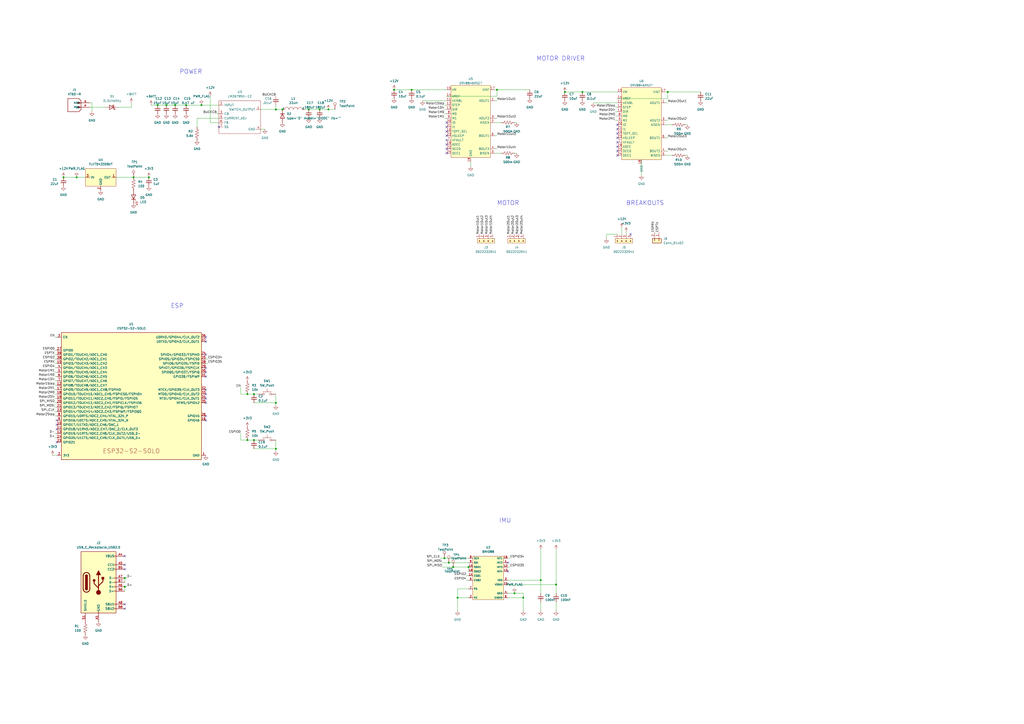
<source format=kicad_sch>
(kicad_sch (version 20211123) (generator eeschema)
  (paper "A2")
  (lib_symbols
    (symbol "Connector:TestPoint" (pin_numbers hide) (pin_names (offset 0.762) hide)
      (property "Reference" "TP" (at 0 6.858 0))
      (property "Value" "TestPoint" (at 0 5.08 0))
      (symbol "TestPoint_1_1"
        (pin passive line (at 0 0 90) (length 2.54) (name "1") (number "1"))
      )
    )
    (symbol "Connector:USB_C_Receptacle_USB2.0" (pin_names (offset 1.016))
      (property "Reference" "J" (at -10.16 19.05 0))
      (property "Value" "USB_C_Receptacle_USB2.0" (at 19.05 19.05 0))
      (symbol "USB_C_Receptacle_USB2.0_1_1"
        (pin passive line (at 0 -22.86 90) (length 5.08) (name "GND") (number "A1"))
        (pin passive line (at 0 -22.86 90) (length 5.08) hide (name "GND") (number "A12"))
        (pin passive line (at 15.24 15.24 180) (length 5.08) (name "VBUS") (number "A4"))
        (pin bidirectional line (at 15.24 10.16 180) (length 5.08) (name "CC1") (number "A5"))
        (pin bidirectional line (at 15.24 -2.54 180) (length 5.08) (name "D+") (number "A6"))
        (pin bidirectional line (at 15.24 2.54 180) (length 5.08) (name "D-") (number "A7"))
        (pin bidirectional line (at 15.24 -12.7 180) (length 5.08) (name "SBU1") (number "A8"))
        (pin passive line (at 15.24 15.24 180) (length 5.08) hide (name "VBUS") (number "A9"))
        (pin passive line (at 0 -22.86 90) (length 5.08) hide (name "GND") (number "B1"))
        (pin passive line (at 0 -22.86 90) (length 5.08) hide (name "GND") (number "B12"))
        (pin passive line (at 15.24 15.24 180) (length 5.08) hide (name "VBUS") (number "B4"))
        (pin bidirectional line (at 15.24 7.62 180) (length 5.08) (name "CC2") (number "B5"))
        (pin bidirectional line (at 15.24 -5.08 180) (length 5.08) (name "D+") (number "B6"))
        (pin bidirectional line (at 15.24 0 180) (length 5.08) (name "D-") (number "B7"))
        (pin bidirectional line (at 15.24 -15.24 180) (length 5.08) (name "SBU2") (number "B8"))
        (pin passive line (at 15.24 15.24 180) (length 5.08) hide (name "VBUS") (number "B9"))
        (pin passive line (at -7.62 -22.86 90) (length 5.08) (name "SHIELD") (number "S1"))
      )
    )
    (symbol "Connector_Generic:Conn_01x02" (pin_names (offset 1.016) hide)
      (property "Reference" "J" (at 0 2.54 0))
      (property "Value" "Conn_01x02" (at 0 -5.08 0))
      (symbol "Conn_01x02_1_1"
        (pin passive line (at -5.08 0 0) (length 3.81) (name "Pin_1") (number "1"))
        (pin passive line (at -5.08 -2.54 0) (length 3.81) (name "Pin_2") (number "2"))
      )
    )
    (symbol "DRV8846RGET_1"
      (property "Reference" "U5" (at 0 24.13 0))
      (property "Value" "DRV8846RGET" (at 0 21.59 0))
      (symbol "DRV8846RGET_1_1_1"
        (pin power_out line (at 13.97 11.43 180) (length 2.54) (name "AOUT1") (number "1"))
        (pin input line (at -13.97 -6.35 0) (length 2.54) (name "TOFF_SEL") (number "10"))
        (pin input line (at -13.97 11.43 0) (length 2.54) (name "nENBL") (number "11"))
        (pin input line (at -13.97 8.89 0) (length 2.54) (name "STEP") (number "12"))
        (pin input line (at -13.97 6.35 0) (length 2.54) (name "DIR") (number "13"))
        (pin input line (at -13.97 13.97 0) (length 2.54) (name "VREF") (number "14"))
        (pin power_in line (at -13.97 17.78 0) (length 2.54) (name "VM") (number "15"))
        (pin output line (at 13.97 17.78 180) (length 2.54) (name "VINT") (number "17"))
        (pin input line (at 0 -24.13 90) (length 2.54) (name "GND") (number "18"))
        (pin input line (at -13.97 -13.97 0) (length 2.54) (name "ADEC") (number "19"))
        (pin output line (at 13.97 -1.27 180) (length 2.54) (name "AISEN") (number "2"))
        (pin input line (at -13.97 -1.27 0) (length 2.54) (name "IO") (number "20"))
        (pin input line (at -13.97 -3.81 0) (length 2.54) (name "I1") (number "21"))
        (pin input line (at -13.97 -16.51 0) (length 2.54) (name "DEC0") (number "22"))
        (pin input line (at -13.97 -8.89 0) (length 2.54) (name "nSLEEP") (number "23"))
        (pin input line (at -13.97 -19.05 0) (length 2.54) (name "DEC1") (number "24"))
        (pin power_out line (at 13.97 1.27 180) (length 2.54) (name "AOUT2") (number "3"))
        (pin power_out line (at 13.97 -16.51 180) (length 2.54) (name "BOUT2") (number "4"))
        (pin output line (at 13.97 -19.05 180) (length 2.54) (name "BISEN") (number "5"))
        (pin power_out line (at 13.97 -8.89 180) (length 2.54) (name "BOUT1") (number "6"))
        (pin input line (at -13.97 -11.43 0) (length 2.54) (name "nFAULT") (number "7"))
        (pin input line (at -13.97 3.81 0) (length 2.54) (name "M0") (number "8"))
        (pin input line (at -13.97 1.27 0) (length 2.54) (name "M1") (number "9"))
      )
    )
    (symbol "Device:C_Small" (pin_numbers hide) (pin_names (offset 0.254) hide)
      (property "Reference" "C" (at 0.254 1.778 0))
      (property "Value" "C_Small" (at 0.254 -2.032 0))
      (symbol "C_Small_1_1"
        (pin passive line (at 0 2.54 270) (length 2.032) (name "~") (number "1"))
        (pin passive line (at 0 -2.54 90) (length 2.032) (name "~") (number "2"))
      )
    )
    (symbol "Device:D_Schottky" (pin_numbers hide) (pin_names (offset 1.016) hide)
      (property "Reference" "D" (at 0 2.54 0))
      (property "Value" "D_Schottky" (at 0 -2.54 0))
      (symbol "D_Schottky_1_1"
        (pin passive line (at -3.81 0 0) (length 2.54) (name "K") (number "1"))
        (pin passive line (at 3.81 0 180) (length 2.54) (name "A") (number "2"))
      )
    )
    (symbol "Device:LED" (pin_numbers hide) (pin_names (offset 1.016) hide)
      (property "Reference" "D" (at 0 2.54 0))
      (property "Value" "LED" (at 0 -2.54 0))
      (symbol "LED_1_1"
        (pin passive line (at -3.81 0 0) (length 2.54) (name "K") (number "1"))
        (pin passive line (at 3.81 0 180) (length 2.54) (name "A") (number "2"))
      )
    )
    (symbol "Device:R_US" (pin_numbers hide) (pin_names (offset 0))
      (property "Reference" "R" (at 2.54 0 90))
      (property "Value" "R_US" (at -2.54 0 90))
      (symbol "R_US_1_1"
        (pin passive line (at 0 3.81 270) (length 1.27) (name "~") (number "1"))
        (pin passive line (at 0 -3.81 90) (length 1.27) (name "~") (number "2"))
      )
    )
    (symbol "Espressif:ESP32-S2-SOLO" (pin_names (offset 1.016))
      (property "Reference" "U1" (at 0 45.72 0))
      (property "Value" "ESP32-S2-SOLO" (at 0 43.18 0))
      (symbol "ESP32-S2-SOLO_1_1"
        (text "ESP32-S2-SOLO" (at 0 -27.94 0) (effects (font (size 2.54 2.54))))
        (pin input line (at 43.18 -30.48 180) (length 2.54) (name "GND") (number "1"))
        (pin bidirectional line (at -43.18 -12.7 0) (length 2.54) (name "GPIO17/U1TXD/ADC2_CH6/DAC_1") (number "10"))
        (pin bidirectional line (at -43.18 -15.24 0) (length 2.54) (name "GPIO18/U1RXD/ADC2_CH7/DAC_2/CLK_OUT3") (number "11"))
        (pin bidirectional line (at -43.18 10.16 0) (length 2.54) (name "GPIO8/TOUCH8/ADC1_CH7") (number "12"))
        (pin bidirectional line (at -43.18 -17.78 0) (length 2.54) (name "GPIO19/U1RTS/ADC2_CH8/CLK_OUT2/USB_D-") (number "13"))
        (pin bidirectional line (at -43.18 -20.32 0) (length 2.54) (name "GPIO20/U1CTS/ADC2_CH9/CLK_OUT1/USB_D+") (number "14"))
        (pin bidirectional line (at -43.18 22.86 0) (length 2.54) (name "GPIO3/TOUCH3/ADC1_CH2") (number "15"))
        (pin input line (at 43.18 -10.16 180) (length 2.54) (name "GPIO46") (number "16"))
        (pin bidirectional line (at -43.18 7.62 0) (length 2.54) (name "GPIO9/TOUCH9/ADC1_CH8/FSPIHD") (number "17"))
        (pin bidirectional line (at -43.18 5.08 0) (length 2.54) (name "GPIO10/TOUCH10/ADC1_CH9/FSPICS0/FSPIIO4") (number "18"))
        (pin bidirectional line (at -43.18 2.54 0) (length 2.54) (name "GPIO11/TOUCH11/ADC2_CH0/FSPID/FSPIIO5") (number "19"))
        (pin power_in line (at -43.18 -30.48 0) (length 2.54) (name "3V3") (number "2"))
        (pin bidirectional line (at -43.18 0 0) (length 2.54) (name "GPIO12/TOUCH12/ADC2_CH1/FSPICLK/FSPIIO6") (number "20"))
        (pin bidirectional line (at -43.18 -2.54 0) (length 2.54) (name "GPIO13/TOUCH13/ADC2_CH2/FSPIQ/FSPIIO7") (number "21"))
        (pin bidirectional line (at -43.18 -5.08 0) (length 2.54) (name "GPIO14/TOUCH14/ADC2_CH3/FSPIWP/FSPIDQS") (number "22"))
        (pin bidirectional line (at -43.18 -22.86 0) (length 2.54) (name "GPIO21") (number "23"))
        (pin bidirectional line (at 43.18 27.94 180) (length 2.54) (name "SPIIO4/GPIO33/FSPIHD") (number "24"))
        (pin bidirectional line (at 43.18 25.4 180) (length 2.54) (name "SPIIO5/GPIO34/FSPICS0") (number "25"))
        (pin bidirectional line (at 43.18 -7.62 180) (length 2.54) (name "GPIO45") (number "26"))
        (pin bidirectional line (at -43.18 30.48 0) (length 2.54) (name "GPIO0") (number "27"))
        (pin bidirectional line (at 43.18 22.86 180) (length 2.54) (name "SPIIO6/GPIO35/FSPID") (number "28"))
        (pin bidirectional line (at 43.18 20.32 180) (length 2.54) (name "SPIIO7/GPIO36/FSPICLK") (number "29"))
        (pin bidirectional line (at -43.18 38.1 0) (length 2.54) (name "EN") (number "3"))
        (pin bidirectional line (at 43.18 17.78 180) (length 2.54) (name "SPIDQS/GPIO37/FSPIQ") (number "30"))
        (pin bidirectional line (at 43.18 15.24 180) (length 2.54) (name "GPIO38/FSPIWP") (number "31"))
        (pin bidirectional line (at 43.18 7.62 180) (length 2.54) (name "MTCK/GPIO39/CLK_OUT3") (number "32"))
        (pin bidirectional line (at 43.18 5.08 180) (length 2.54) (name "MTDO/GPIO40/CLK_OUT2") (number "33"))
        (pin bidirectional line (at 43.18 2.54 180) (length 2.54) (name "MTDI/GPIO41/CLK_OUT1") (number "34"))
        (pin bidirectional line (at 43.18 0 180) (length 2.54) (name "MTMS/GPIO42") (number "35"))
        (pin bidirectional line (at 43.18 38.1 180) (length 2.54) (name "U0RXD/GPIO44/CLK_OUT2") (number "36"))
        (pin bidirectional line (at 43.18 35.56 180) (length 2.54) (name "U0TXD/GPIO43/CLK_OUT1") (number "37"))
        (pin bidirectional line (at -43.18 25.4 0) (length 2.54) (name "GPIO2/TOUCH2/ADC1_CH1") (number "38"))
        (pin bidirectional line (at -43.18 27.94 0) (length 2.54) (name "GPIO1/TOUCH1/ADC1_CH0") (number "39"))
        (pin bidirectional line (at -43.18 20.32 0) (length 2.54) (name "GPIO4/TOUCH4/ADC1_CH3") (number "4"))
        (pin passive line (at 43.18 -30.48 180) (length 2.54) hide (name "GND") (number "40"))
        (pin passive line (at 43.18 -30.48 180) (length 2.54) hide (name "GND") (number "41"))
        (pin bidirectional line (at -43.18 17.78 0) (length 2.54) (name "GPIO5/TOUCH5/ADC1_CH4") (number "5"))
        (pin bidirectional line (at -43.18 15.24 0) (length 2.54) (name "GPIO6/TOUCH6/ADC1_CH5") (number "6"))
        (pin bidirectional line (at -43.18 12.7 0) (length 2.54) (name "GPIO7/TOUCH7/ADC1_CH6") (number "7"))
        (pin bidirectional line (at -43.18 -7.62 0) (length 2.54) (name "GPIO15/U0RTS/ADC2_CH4/XTAL_32K_P") (number "8"))
        (pin bidirectional line (at -43.18 -10.16 0) (length 2.54) (name "GPIO16/U0CTS/ADC2_CH5/XTAL_32K_N") (number "9"))
      )
    )
    (symbol "GIMBAL:BMI088"
      (property "Reference" "U2" (at 0 17.78 0))
      (property "Value" "BMI088" (at 0 15.24 0))
      (symbol "BMI088_1_1"
        (pin bidirectional line (at 11.43 8.89 180) (length 2.54) (name "INT2") (number "1"))
        (pin bidirectional line (at -11.43 3.81 0) (length 2.54) (name "SDO2") (number "10"))
        (pin power_in line (at 11.43 -3.81 180) (length 2.54) (name "VDDIO") (number "11"))
        (pin output line (at 11.43 6.35 180) (length 2.54) (name "INT3") (number "12"))
        (pin output line (at 11.43 3.81 180) (length 2.54) (name "INT4") (number "13"))
        (pin input line (at -11.43 1.27 0) (length 2.54) (name "CSB1") (number "14"))
        (pin bidirectional line (at -11.43 6.35 0) (length 2.54) (name "SDO1") (number "15"))
        (pin bidirectional line (at 11.43 11.43 180) (length 2.54) (name "INT1") (number "16"))
        (pin input line (at -11.43 -11.43 0) (length 2.54) (name "NC") (number "2"))
        (pin power_in line (at 11.43 -1.27 180) (length 2.54) (name "VDD") (number "3"))
        (pin bidirectional line (at 11.43 -8.89 180) (length 2.54) (name "GND") (number "4"))
        (pin input line (at -11.43 -1.27 0) (length 2.54) (name "CSB2") (number "5"))
        (pin bidirectional line (at 11.43 -11.43 180) (length 2.54) (name "GNDIO") (number "6"))
        (pin input line (at -11.43 -6.35 0) (length 2.54) (name "PS") (number "7"))
        (pin input line (at -11.43 11.43 0) (length 2.54) (name "SCK") (number "8"))
        (pin input line (at -11.43 8.89 0) (length 2.54) (name "SDI") (number "9"))
      )
    )
    (symbol "GIMBAL:DRV8846RGET"
      (property "Reference" "U6" (at 0 24.13 0))
      (property "Value" "DRV8846RGET" (at 0 21.59 0))
      (symbol "DRV8846RGET_1_1"
        (pin power_out line (at 13.97 11.43 180) (length 2.54) (name "AOUT1") (number "1"))
        (pin input line (at -13.97 -6.35 0) (length 2.54) (name "TOFF_SEL") (number "10"))
        (pin input line (at -13.97 11.43 0) (length 2.54) (name "nENBL") (number "11"))
        (pin input line (at -13.97 8.89 0) (length 2.54) (name "STEP") (number "12"))
        (pin input line (at -13.97 6.35 0) (length 2.54) (name "DIR") (number "13"))
        (pin input line (at -13.97 13.97 0) (length 2.54) (name "VREF") (number "14"))
        (pin power_in line (at -13.97 17.78 0) (length 2.54) (name "VM") (number "15"))
        (pin output line (at 13.97 17.78 180) (length 2.54) (name "VINT") (number "17"))
        (pin input line (at 0 -21.59 270) (length 2.54) (name "GND") (number "18"))
        (pin input line (at -13.97 -13.97 0) (length 2.54) (name "ADEC") (number "19"))
        (pin output line (at 13.97 -1.27 180) (length 2.54) (name "AISEN") (number "2"))
        (pin input line (at -13.97 -1.27 0) (length 2.54) (name "IO") (number "20"))
        (pin input line (at -13.97 -3.81 0) (length 2.54) (name "I1") (number "21"))
        (pin input line (at -13.97 -16.51 0) (length 2.54) (name "DEC0") (number "22"))
        (pin input line (at -13.97 -8.89 0) (length 2.54) (name "nSLEEP") (number "23"))
        (pin input line (at -13.97 -19.05 0) (length 2.54) (name "DEC1") (number "24"))
        (pin power_out line (at 13.97 1.27 180) (length 2.54) (name "AOUT2") (number "3"))
        (pin power_out line (at 13.97 -16.51 180) (length 2.54) (name "BOUT2") (number "4"))
        (pin output line (at 13.97 -19.05 180) (length 2.54) (name "BISEN") (number "5"))
        (pin power_out line (at 13.97 -8.89 180) (length 2.54) (name "BOUT1") (number "6"))
        (pin input line (at -13.97 -11.43 0) (length 2.54) (name "nFAULT") (number "7"))
        (pin input line (at -13.97 3.81 0) (length 2.54) (name "M0") (number "8"))
        (pin input line (at -13.97 1.27 0) (length 2.54) (name "M1") (number "9"))
      )
    )
    (symbol "GIMBAL:LM2679SX-12"
      (property "Reference" "U?" (at 0.635 13.97 0))
      (property "Value" "LM2679SX-12" (at 0.635 11.43 0))
      (symbol "LM2679SX-12_1_1"
        (pin power_out line (at 12.7 3.81 180) (length 2.54) (name "SWITCH_OUTPUT") (number "1"))
        (pin power_in line (at -11.43 6.35 0) (length 2.54) (name "INPUT") (number "2"))
        (pin input line (at -11.43 1.27 0) (length 2.54) (name "CB") (number "3"))
        (pin input line (at 12.7 -7.62 180) (length 2.54) (name "GND") (number "4"))
        (pin input line (at -11.43 -1.27 0) (length 2.54) (name "CURRENT_ADJ") (number "5"))
        (pin input line (at -11.43 -3.81 0) (length 2.54) (name "FB") (number "6"))
        (pin input line (at -11.43 -6.35 0) (length 2.54) (name "SS") (number "7"))
      )
    )
    (symbol "GIMBAL:TLV70433DBVT"
      (property "Reference" "U4" (at 0 10.16 0))
      (property "Value" "TLV70433DBVT" (at 0 7.62 0))
      (symbol "TLV70433DBVT_1_1"
        (pin power_out line (at 8.89 0 180) (length 2.54) (name "OUT") (number "1"))
        (pin input line (at 0 -7.62 90) (length 2.54) (name "GND") (number "2"))
        (pin power_in line (at -8.89 0 0) (length 2.54) (name "IN") (number "3"))
      )
    )
    (symbol "GIMBAL:XT60-M" (pin_names (offset 1.016))
      (property "Reference" "J" (at 0 6.35 0))
      (property "Value" "XT60-M" (at 0 -5.08 0))
      (symbol "XT60-M_0_0"
        (pin passive line (at -5.08 0 0) (length 5.08) (name "NEG") (number "N"))
        (pin passive line (at -5.08 2.54 0) (length 5.08) (name "POS") (number "P"))
      )
    )
    (symbol "Simulation_SPICE:DIODE" (pin_numbers hide) (pin_names (offset 1.016) hide)
      (property "Reference" "D" (at 0 2.54 0))
      (property "Value" "DIODE" (at 0 -2.54 0))
      (symbol "DIODE_1_1"
        (pin passive line (at -3.81 0 0) (length 2.54) (name "A") (number "1"))
        (pin passive line (at 3.81 0 180) (length 2.54) (name "K") (number "2"))
      )
    )
    (symbol "Switch:SW_Push" (pin_numbers hide) (pin_names (offset 1.016) hide)
      (property "Reference" "SW" (at 1.27 2.54 0))
      (property "Value" "SW_Push" (at 0 -1.524 0))
      (symbol "SW_Push_0_1"
        (pin passive line (at -5.08 0 0) (length 2.54) (name "1") (number "1"))
        (pin passive line (at 5.08 0 180) (length 2.54) (name "2") (number "2"))
      )
    )
    (symbol "dk_Rectangular-Connectors-Headers-Male-Pins:0022232041" (pin_names (offset 1.016))
      (property "Reference" "J" (at -2.54 1.27 0))
      (property "Value" "0022232041" (at 3.81 -3.81 0))
      (symbol "0022232041_1_1"
        (pin passive line (at 0 2.54 270) (length 2.54) (name "~") (number "1"))
        (pin passive line (at 2.54 2.54 270) (length 2.54) (name "~") (number "2"))
        (pin passive line (at 5.08 2.54 270) (length 2.54) (name "~") (number "3"))
        (pin passive line (at 7.62 2.54 270) (length 2.54) (name "~") (number "4"))
      )
    )
    (symbol "power:+12V" (power) (pin_names (offset 0))
      (property "Value" "+12V" (at 0 3.556 0))
      (symbol "+12V_1_1"
        (pin power_in line (at 0 0 90) (length 0) hide (name "+12V") (number "1"))
      )
    )
    (symbol "power:+3V3" (power) (pin_names (offset 0))
      (property "Value" "+3V3" (at 0 3.556 0))
      (symbol "+3V3_1_1"
        (pin power_in line (at 0 0 90) (length 0) hide (name "+3V3") (number "1"))
      )
    )
    (symbol "power:+BATT" (power) (pin_names (offset 0))
      (property "Value" "+BATT" (at 0 3.556 0))
      (symbol "+BATT_1_1"
        (pin power_in line (at 0 0 90) (length 0) hide (name "+BATT") (number "1"))
      )
    )
    (symbol "power:GND" (power) (pin_names (offset 0))
      (property "Value" "GND" (at 0 -3.81 0))
      (symbol "GND_1_1"
        (pin power_in line (at 0 0 270) (length 0) hide (name "GND") (number "1"))
      )
    )
    (symbol "power:PWR_FLAG" (power) (pin_numbers hide) (pin_names (offset 0) hide)
      (property "Value" "PWR_FLAG" (at 0 3.81 0))
      (symbol "PWR_FLAG_0_0"
        (pin power_out line (at 0 0 90) (length 0) (name "pwr") (number "1"))
      )
    )
    (symbol "pspice:INDUCTOR" (pin_numbers hide) (pin_names (offset 0))
      (property "Reference" "L" (at 0 2.54 0))
      (property "Value" "INDUCTOR" (at 0 -1.27 0))
      (symbol "INDUCTOR_1_1"
        (pin input line (at -6.35 0 0) (length 1.27) (name "1") (number "1"))
        (pin input line (at 6.35 0 180) (length 1.27) (name "2") (number "2"))
      )
    )
  )
  (junction (at 160.02 260.35))
  (junction (at 160.02 63.5))
  (junction (at 44.45 102.87))
  (junction (at 107.95 60.96))
  (junction (at 160.02 233.68))
  (junction (at 96.52 60.96))
  (junction (at 337.82 53.34))
  (junction (at 147.32 228.6))
  (junction (at 238.76 52.07))
  (junction (at 303.53 346.71))
  (junction (at 163.83 63.5))
  (junction (at 257.81 323.85))
  (junction (at 72.39 335.28))
  (junction (at 260.35 326.39))
  (junction (at 288.29 52.07))
  (junction (at 313.69 336.55))
  (junction (at 179.07 63.5))
  (junction (at 147.32 255.27))
  (junction (at 265.43 346.71))
  (junction (at 116.84 60.96))
  (junction (at 77.47 102.87))
  (junction (at 36.83 102.87))
  (junction (at 86.36 102.87))
  (junction (at 327.66 53.34))
  (junction (at 387.35 53.34))
  (junction (at 91.44 60.96))
  (junction (at 143.51 228.6))
  (junction (at 72.39 340.36))
  (junction (at 190.5 63.5))
  (junction (at 262.89 328.93))
  (junction (at 322.58 339.09))
  (junction (at 143.51 255.27))
  (junction (at 228.6 52.07))
  (junction (at 185.42 63.5))
  (junction (at 271.78 328.93))
  (junction (at 101.6 60.96))
  (junction (at 298.45 344.17))
  (no_connect (at 358.14 80.01))
  (no_connect (at 119.38 213.36))
  (no_connect (at 259.08 81.28))
  (no_connect (at 259.08 76.2))
  (no_connect (at 72.39 327.66))
  (no_connect (at 358.14 85.09))
  (no_connect (at 119.38 226.06))
  (no_connect (at 72.39 350.52))
  (no_connect (at 259.08 88.9))
  (no_connect (at 358.14 82.55))
  (no_connect (at 33.02 256.54))
  (no_connect (at 259.08 78.74))
  (no_connect (at 259.08 83.82))
  (no_connect (at 72.39 322.58))
  (no_connect (at 33.02 248.92))
  (no_connect (at 294.64 331.47))
  (no_connect (at 119.38 241.3))
  (no_connect (at 358.14 87.63))
  (no_connect (at 259.08 86.36))
  (no_connect (at 33.02 246.38))
  (no_connect (at 127 73.66))
  (no_connect (at 294.64 326.39))
  (no_connect (at 119.38 243.84))
  (no_connect (at 119.38 205.74))
  (no_connect (at 119.38 231.14))
  (no_connect (at 358.14 74.93))
  (no_connect (at 119.38 195.58))
  (no_connect (at 358.14 77.47))
  (no_connect (at 119.38 233.68))
  (no_connect (at 119.38 215.9))
  (no_connect (at 358.14 90.17))
  (no_connect (at 72.39 353.06))
  (no_connect (at 365.76 135.89))
  (no_connect (at 358.14 72.39))
  (no_connect (at 72.39 330.2))
  (no_connect (at 119.38 228.6))
  (no_connect (at 259.08 71.12))
  (no_connect (at 119.38 198.12))
  (no_connect (at 259.08 73.66))
  (no_connect (at 119.38 218.44))
  (no_connect (at 33.02 243.84))
  (wire (pts (xy 313.69 349.25) (xy 313.69 354.33)))
  (wire (pts (xy 143.51 255.27) (xy 147.32 255.27)))
  (wire (pts (xy 107.95 60.96) (xy 116.84 60.96)))
  (wire (pts (xy 114.3 68.58) (xy 114.3 73.66)))
  (wire (pts (xy 36.83 102.87) (xy 44.45 102.87)))
  (wire (pts (xy 33.02 238.76) (xy 31.75 238.76)))
  (wire (pts (xy 151.13 63.5) (xy 160.02 63.5)))
  (wire (pts (xy 303.53 344.17) (xy 303.53 346.71)))
  (wire (pts (xy 397.51 90.17) (xy 398.78 90.17)))
  (wire (pts (xy 53.34 59.69) (xy 52.07 59.69)))
  (wire (pts (xy 33.02 223.52) (xy 31.75 223.52)))
  (wire (pts (xy 77.47 102.87) (xy 86.36 102.87)))
  (wire (pts (xy 372.11 92.71) (xy 372.11 101.6)))
  (wire (pts (xy 387.35 57.15) (xy 387.35 53.34)))
  (wire (pts (xy 190.5 63.5) (xy 194.31 63.5)))
  (wire (pts (xy 101.6 60.96) (xy 107.95 60.96)))
  (wire (pts (xy 287.02 88.9) (xy 290.83 88.9)))
  (wire (pts (xy 322.58 339.09) (xy 322.58 318.77)))
  (wire (pts (xy 303.53 346.71) (xy 303.53 354.33)))
  (wire (pts (xy 33.02 228.6) (xy 31.75 228.6)))
  (wire (pts (xy 147.32 260.35) (xy 160.02 260.35)))
  (wire (pts (xy 386.08 90.17) (xy 389.89 90.17)))
  (wire (pts (xy 31.75 208.28) (xy 33.02 208.28)))
  (wire (pts (xy 76.2 59.69) (xy 76.2 62.23)))
  (wire (pts (xy 259.08 55.88) (xy 288.29 55.88)))
  (wire (pts (xy 96.52 60.96) (xy 101.6 60.96)))
  (wire (pts (xy 139.7 251.46) (xy 139.7 255.27)))
  (wire (pts (xy 30.48 264.16) (xy 33.02 264.16)))
  (wire (pts (xy 149.86 228.6) (xy 147.32 228.6)))
  (wire (pts (xy 294.64 339.09) (xy 322.58 339.09)))
  (wire (pts (xy 119.38 208.28) (xy 120.65 208.28)))
  (wire (pts (xy 151.13 74.93) (xy 153.67 74.93)))
  (wire (pts (xy 33.02 241.3) (xy 31.75 241.3)))
  (wire (pts (xy 356.87 62.23) (xy 358.14 62.23)))
  (wire (pts (xy 271.78 328.93) (xy 271.78 331.47)))
  (wire (pts (xy 271.78 346.71) (xy 265.43 346.71)))
  (wire (pts (xy 298.45 344.17) (xy 303.53 344.17)))
  (wire (pts (xy 287.02 78.74) (xy 288.29 78.74)))
  (wire (pts (xy 238.76 52.07) (xy 259.08 52.07)))
  (wire (pts (xy 257.81 63.5) (xy 259.08 63.5)))
  (wire (pts (xy 356.87 67.31) (xy 358.14 67.31)))
  (wire (pts (xy 143.51 255.27) (xy 139.7 255.27)))
  (wire (pts (xy 72.39 335.28) (xy 72.39 337.82)))
  (wire (pts (xy 31.75 213.36) (xy 33.02 213.36)))
  (wire (pts (xy 160.02 63.5) (xy 163.83 63.5)))
  (wire (pts (xy 72.39 340.36) (xy 72.39 342.9)))
  (wire (pts (xy 257.81 60.96) (xy 259.08 60.96)))
  (wire (pts (xy 160.02 260.35) (xy 160.02 261.62)))
  (wire (pts (xy 116.84 60.96) (xy 127 60.96)))
  (wire (pts (xy 351.79 135.89) (xy 351.79 138.43)))
  (wire (pts (xy 160.02 255.27) (xy 160.02 260.35)))
  (wire (pts (xy 143.51 228.6) (xy 139.7 228.6)))
  (wire (pts (xy 298.45 71.12) (xy 299.72 71.12)))
  (wire (pts (xy 262.89 328.93) (xy 271.78 328.93)))
  (wire (pts (xy 298.45 88.9) (xy 299.72 88.9)))
  (wire (pts (xy 52.07 62.23) (xy 60.96 62.23)))
  (wire (pts (xy 72.39 340.36) (xy 73.66 340.36)))
  (wire (pts (xy 91.44 60.96) (xy 96.52 60.96)))
  (wire (pts (xy 386.08 80.01) (xy 387.35 80.01)))
  (wire (pts (xy 260.35 326.39) (xy 271.78 326.39)))
  (wire (pts (xy 287.02 52.07) (xy 288.29 52.07)))
  (wire (pts (xy 386.08 59.69) (xy 387.35 59.69)))
  (wire (pts (xy 143.51 228.6) (xy 147.32 228.6)))
  (wire (pts (xy 313.69 336.55) (xy 313.69 344.17)))
  (wire (pts (xy 386.08 87.63) (xy 387.35 87.63)))
  (wire (pts (xy 287.02 58.42) (xy 288.29 58.42)))
  (wire (pts (xy 265.43 346.71) (xy 265.43 354.33)))
  (wire (pts (xy 31.75 210.82) (xy 33.02 210.82)))
  (wire (pts (xy 356.87 69.85) (xy 358.14 69.85)))
  (wire (pts (xy 356.87 64.77) (xy 358.14 64.77)))
  (wire (pts (xy 33.02 220.98) (xy 31.75 220.98)))
  (wire (pts (xy 33.02 205.74) (xy 31.75 205.74)))
  (wire (pts (xy 119.38 210.82) (xy 120.65 210.82)))
  (wire (pts (xy 160.02 60.96) (xy 160.02 63.5)))
  (wire (pts (xy 176.53 63.5) (xy 179.07 63.5)))
  (wire (pts (xy 337.82 53.34) (xy 358.14 53.34)))
  (wire (pts (xy 387.35 53.34) (xy 406.4 53.34)))
  (wire (pts (xy 31.75 251.46) (xy 33.02 251.46)))
  (wire (pts (xy 33.02 233.68) (xy 31.75 233.68)))
  (wire (pts (xy 33.02 215.9) (xy 31.75 215.9)))
  (wire (pts (xy 257.81 66.04) (xy 259.08 66.04)))
  (wire (pts (xy 294.64 328.93) (xy 295.91 328.93)))
  (wire (pts (xy 387.35 69.85) (xy 386.08 69.85)))
  (wire (pts (xy 294.64 346.71) (xy 303.53 346.71)))
  (wire (pts (xy 287.02 86.36) (xy 288.29 86.36)))
  (wire (pts (xy 270.51 336.55) (xy 271.78 336.55)))
  (wire (pts (xy 313.69 336.55) (xy 313.69 318.77)))
  (wire (pts (xy 121.92 71.12) (xy 127 71.12)))
  (wire (pts (xy 147.32 233.68) (xy 160.02 233.68)))
  (wire (pts (xy 288.29 55.88) (xy 288.29 52.07)))
  (wire (pts (xy 360.68 132.08) (xy 360.68 135.89)))
  (wire (pts (xy 271.78 341.63) (xy 265.43 341.63)))
  (wire (pts (xy 31.75 231.14) (xy 33.02 231.14)))
  (wire (pts (xy 257.81 323.85) (xy 271.78 323.85)))
  (wire (pts (xy 179.07 63.5) (xy 185.42 63.5)))
  (wire (pts (xy 256.54 326.39) (xy 260.35 326.39)))
  (wire (pts (xy 87.63 60.96) (xy 91.44 60.96)))
  (wire (pts (xy 31.75 195.58) (xy 33.02 195.58)))
  (wire (pts (xy 44.45 102.87) (xy 49.53 102.87)))
  (wire (pts (xy 294.64 336.55) (xy 313.69 336.55)))
  (wire (pts (xy 125.73 66.04) (xy 127 66.04)))
  (wire (pts (xy 67.31 102.87) (xy 77.47 102.87)))
  (wire (pts (xy 294.64 344.17) (xy 298.45 344.17)))
  (wire (pts (xy 139.7 224.79) (xy 139.7 228.6)))
  (wire (pts (xy 288.29 52.07) (xy 307.34 52.07)))
  (wire (pts (xy 228.6 52.07) (xy 238.76 52.07)))
  (wire (pts (xy 344.17 59.69) (xy 358.14 59.69)))
  (wire (pts (xy 245.11 58.42) (xy 259.08 58.42)))
  (wire (pts (xy 386.08 53.34) (xy 387.35 53.34)))
  (wire (pts (xy 31.75 203.2) (xy 33.02 203.2)))
  (wire (pts (xy 257.81 68.58) (xy 259.08 68.58)))
  (wire (pts (xy 121.92 55.88) (xy 121.92 71.12)))
  (wire (pts (xy 160.02 228.6) (xy 160.02 233.68)))
  (wire (pts (xy 33.02 236.22) (xy 31.75 236.22)))
  (wire (pts (xy 31.75 254) (xy 33.02 254)))
  (wire (pts (xy 363.22 134.62) (xy 363.22 135.89)))
  (wire (pts (xy 255.27 323.85) (xy 257.81 323.85)))
  (wire (pts (xy 68.58 62.23) (xy 76.2 62.23)))
  (wire (pts (xy 288.29 68.58) (xy 287.02 68.58)))
  (wire (pts (xy 160.02 233.68) (xy 160.02 234.95)))
  (wire (pts (xy 72.39 335.28) (xy 73.66 335.28)))
  (wire (pts (xy 53.34 59.69) (xy 53.34 64.77)))
  (wire (pts (xy 386.08 72.39) (xy 389.89 72.39)))
  (wire (pts (xy 322.58 349.25) (xy 322.58 354.33)))
  (wire (pts (xy 185.42 63.5) (xy 190.5 63.5)))
  (wire (pts (xy 287.02 71.12) (xy 290.83 71.12)))
  (wire (pts (xy 31.75 226.06) (xy 33.02 226.06)))
  (wire (pts (xy 270.51 334.01) (xy 271.78 334.01)))
  (wire (pts (xy 149.86 255.27) (xy 147.32 255.27)))
  (wire (pts (xy 358.14 57.15) (xy 387.35 57.15)))
  (wire (pts (xy 358.14 135.89) (xy 351.79 135.89)))
  (wire (pts (xy 294.64 323.85) (xy 295.91 323.85)))
  (wire (pts (xy 256.54 328.93) (xy 262.89 328.93)))
  (wire (pts (xy 114.3 68.58) (xy 127 68.58)))
  (wire (pts (xy 397.51 72.39) (xy 398.78 72.39)))
  (wire (pts (xy 327.66 53.34) (xy 337.82 53.34)))
  (wire (pts (xy 322.58 339.09) (xy 322.58 344.17)))
  (wire (pts (xy 33.02 218.44) (xy 31.75 218.44)))
  (wire (pts (xy 273.05 96.52) (xy 273.05 93.98)))
  (wire (pts (xy 265.43 341.63) (xy 265.43 346.71)))
  (text "MOTOR" (at 288.29 119.38 0) (effects (font (size 2.54 2.54)) (justify left bottom)))
  (text "ESP\n" (at 99.06 179.07 0) (effects (font (size 2.54 2.54)) (justify left bottom)))
  (text "POWER" (at 104.14 43.18 0) (effects (font (size 2.54 2.54)) (justify left bottom)))
  (text "IMU\n" (at 289.56 303.53 0) (effects (font (size 2.54 2.54)) (justify left bottom)))
  (text "MOTOR DRIVER\n" (at 311.15 35.56 0) (effects (font (size 2.54 2.54)) (justify left bottom)))
  (text "BREAKOUTS" (at 363.22 119.38 0) (effects (font (size 2.54 2.54)) (justify left bottom)))
  (label "Motor2Out4" (at 303.53 135.89 90))
  (label "Motor1M0" (at 31.75 218.44 180))
  (label "D+" (at 73.66 340.36 0))
  (label "D-" (at 73.66 335.28 0))
  (label "Motor1M1" (at 257.81 68.58 180))
  (label "ESPIO35" (at 120.65 210.82 0))
  (label "Motor1Dir" (at 257.81 63.5 180))
  (label "ESPIO35" (at 295.91 328.93 0))
  (label "SPI_MISO" (at 31.75 233.68 180))
  (label "Motor1Out2" (at 288.29 68.58 0))
  (label "Motor2M1" (at 356.87 69.85 180))
  (label "ESPIO34" (at 295.91 323.85 0))
  (label "ESPRX" (at 379.73 134.62 90))
  (label "Motor1Out4" (at 285.75 135.89 90))
  (label "Motor2Out3" (at 387.35 80.01 0))
  (label "Motor1Out1" (at 288.29 58.42 0))
  (label "Motor2Dir" (at 356.87 64.77 180))
  (label "ESPIO4" (at 31.75 213.36 180))
  (label "Motor2Out1" (at 295.91 135.89 90))
  (label "Motor1M1" (at 31.75 215.9 180))
  (label "BUCKCB" (at 125.73 66.04 180))
  (label "ESPIO0" (at 31.75 203.2 180))
  (label "ESPIO2" (at 270.51 334.01 180))
  (label "Motor2M0" (at 31.75 228.6 180))
  (label "Motor1Dir" (at 31.75 220.98 180))
  (label "Motor1M0" (at 257.81 66.04 180))
  (label "ESPIO0" (at 139.7 251.46 180))
  (label "SPI_MOSI" (at 31.75 236.22 180))
  (label "Motor1Out3" (at 283.21 135.89 90))
  (label "Motor2M0" (at 356.87 67.31 180))
  (label "ESPTX" (at 31.75 205.74 180))
  (label "Motor1Step" (at 257.81 60.96 180))
  (label "ESPIO34" (at 120.65 208.28 0))
  (label "SPI_CLK" (at 31.75 238.76 180))
  (label "ESPIO4" (at 270.51 336.55 180))
  (label "EN" (at 31.75 195.58 180))
  (label "Motor2Out2" (at 387.35 69.85 0))
  (label "ESPIO2" (at 31.75 208.28 180))
  (label "Motor2Out2" (at 298.45 135.89 90))
  (label "Motor2Out3" (at 300.99 135.89 90))
  (label "Motor1Out1" (at 278.13 135.89 90))
  (label "SPI_MISO" (at 256.54 328.93 180))
  (label "Motor2Step" (at 356.87 62.23 180))
  (label "Motor1Out4" (at 288.29 86.36 0))
  (label "Motor2Step" (at 31.75 241.3 180))
  (label "Motor1Out2" (at 280.67 135.89 90))
  (label "Motor1Step" (at 31.75 223.52 180))
  (label "SPI_MOSI" (at 256.54 326.39 180))
  (label "D+" (at 31.75 254 180))
  (label "SPI_CLK" (at 255.27 323.85 180))
  (label "ESPTX" (at 382.27 134.62 90))
  (label "BUCKCB" (at 160.02 55.88 180))
  (label "Motor2Out1" (at 387.35 59.69 0))
  (label "Motor2Out4" (at 387.35 87.63 0))
  (label "ESPRX" (at 31.75 210.82 180))
  (label "EN" (at 139.7 224.79 180))
  (label "Motor2M1" (at 31.75 226.06 180))
  (label "Motor1Out3" (at 288.29 78.74 0))
  (label "Motor2Dir" (at 31.75 231.14 180))
  (label "D-" (at 31.75 251.46 180))
  (symbol (lib_id "power:GND") (at 58.42 110.49 0) (unit 1)
    (property "Reference" "#PWR0114" (effects hide))
    (property "Value" "GND" (at 58.42 115.57 0))
  )
  (symbol (lib_id "Device:C_Small") (at 238.76 54.61 0) (unit 1)
    (property "Reference" "C5" (at 241.3 53.3462 0) (effects (justify left)))
    (property "Value" "0.1uF" (at 241.3 55.8862 0) (effects (justify left)))
    (property "Footprint" "Capacitor_SMD:C_0805_2012Metric" (effects hide))
  )
  (symbol (lib_id "Espressif:ESP32-S2-SOLO") (at 76.2 233.68 0) (unit 1)
    (property "Reference" "U1" (at 76.2 187.96 0))
    (property "Value" "ESP32-S2-SOLO" (at 76.2 190.5 0))
    (property "Footprint" "ESP32:ESP32-S2-SOLO" (effects hide))
    (property "Datasheet" "https://www.espressif.com/sites/default/files/documentation/esp32-s2-solo_esp32-s2-solo-u_datasheet_en.pdf" (effects hide))
  )
  (symbol (lib_id "Device:C_Small") (at 228.6 54.61 0) (unit 1)
    (property "Reference" "C4" (at 231.14 53.3462 0) (effects (justify left)))
    (property "Value" "10uF" (at 231.14 55.8862 0) (effects (justify left)))
    (property "Footprint" "Capacitor_SMD:C_0805_2012Metric" (effects hide))
  )
  (symbol (lib_name "DRV8846RGET_1") (lib_id "GIMBAL:DRV8846RGET") (at 273.05 69.85 0) (unit 1)
    (property "Reference" "U5" (at 273.05 45.72 0))
    (property "Value" "DRV8846RGET" (at 273.05 48.26 0))
    (property "Footprint" "DRV8846RGET:QFN50P400X400X100-25N" (effects hide))
  )
  (symbol (lib_id "power:GND") (at 91.44 66.04 0) (unit 1)
    (property "Reference" "#PWR0103" (effects hide))
    (property "Value" "GND" (at 91.44 71.12 0))
  )
  (symbol (lib_id "Device:C_Small") (at 185.42 66.04 0) (unit 1)
    (property "Reference" "C18" (at 184.15 59.69 0) (effects (justify left)))
    (property "Value" "180uF" (at 182.88 62.23 0) (effects (justify left)))
    (property "Footprint" "Capacitor_THT:CP_Radial_D8.0mm_P5.00mm" (effects hide))
  )
  (symbol (lib_id "Device:R_US") (at 294.64 71.12 90) (unit 1)
    (property "Reference" "R7" (at 294.64 73.66 90))
    (property "Value" "500m" (at 294.64 76.2 90))
    (property "Footprint" "Resistor_SMD:R_0805_2012Metric" (effects hide))
  )
  (symbol (lib_id "power:GND") (at 265.43 354.33 0) (unit 1)
    (property "Reference" "#PWR0127" (effects hide))
    (property "Value" "GND" (at 265.43 359.41 0))
  )
  (symbol (lib_id "power:+3V3") (at 322.58 318.77 0) (unit 1)
    (property "Reference" "#PWR0144" (effects hide))
    (property "Value" "+3V3" (at 322.58 313.69 0))
  )
  (symbol (lib_id "power:+12V") (at 360.68 132.08 0) (unit 1)
    (property "Reference" "#PWR0131" (effects hide))
    (property "Value" "+12V" (at 360.68 127 0))
  )
  (symbol (lib_id "power:GND") (at 327.66 58.42 0) (unit 1)
    (property "Reference" "#PWR0121" (effects hide))
    (property "Value" "GND" (at 327.66 63.5 0))
  )
  (symbol (lib_id "Device:R_US") (at 143.51 224.79 0) (unit 1)
    (property "Reference" "R3" (at 146.05 223.5199 0) (effects (justify left)))
    (property "Value" "10k" (at 146.05 226.0599 0) (effects (justify left)))
    (property "Footprint" "Resistor_SMD:R_0805_2012Metric" (effects hide))
  )
  (symbol (lib_id "power:GND") (at 351.79 138.43 0) (unit 1)
    (property "Reference" "#PWR0142" (effects hide))
    (property "Value" "GND" (at 351.79 143.51 0))
  )
  (symbol (lib_id "power:GND") (at 185.42 68.58 0) (unit 1)
    (property "Reference" "#PWR0146" (effects hide))
    (property "Value" "GND" (at 185.42 73.66 0))
  )
  (symbol (lib_id "power:GND") (at 57.15 360.68 0) (unit 1)
    (property "Reference" "#PWR0105" (effects hide))
    (property "Value" "GND" (at 57.15 365.76 0))
  )
  (symbol (lib_id "pspice:INDUCTOR") (at 170.18 63.5 0) (unit 1)
    (property "Reference" "L1" (at 170.18 57.15 0))
    (property "Value" "22uH" (at 170.18 59.69 0))
    (property "Footprint" "Inductor_SMD:L_10.4x10.4_H4.8" (effects hide))
  )
  (symbol (lib_id "Simulation_SPICE:DIODE") (at 163.83 67.31 90) (unit 1)
    (property "Reference" "D2" (at 166.37 66.0399 90) (effects (justify right)))
    (property "Value" "DIODE" (at 166.37 68.5799 90) (effects (justify right)))
    (property "Footprint" "Diode_SMD:D_SMC" (effects hide))
    (property "Spice_Netlist_Enabled" "Y" (effects hide))
    (property "Spice_Primitive" "D" (effects hide))
  )
  (symbol (lib_id "power:GND") (at 313.69 354.33 0) (unit 1)
    (property "Reference" "#PWR0130" (effects hide))
    (property "Value" "GND" (at 313.69 359.41 0))
  )
  (symbol (lib_id "power:GND") (at 77.47 118.11 0) (unit 1)
    (property "Reference" "#PWR0110" (effects hide))
    (property "Value" "GND" (at 77.47 123.19 0))
  )
  (symbol (lib_id "power:+12V") (at 36.83 102.87 0) (unit 1)
    (property "Reference" "#PWR0107" (effects hide))
    (property "Value" "+12V" (at 36.83 97.79 0))
  )
  (symbol (lib_id "power:PWR_FLAG") (at 44.45 102.87 0) (unit 1)
    (property "Reference" "#FLG0102" (effects hide))
    (property "Value" "PWR_FLAG" (at 44.45 97.79 0))
  )
  (symbol (lib_id "dk_Rectangular-Connectors-Headers-Male-Pins:0022232041") (at 358.14 138.43 0) (unit 1)
    (property "Reference" "J5" (at 361.95 143.51 0))
    (property "Value" "0022232041" (at 361.95 146.05 0))
    (property "Footprint" "Connector_PinHeader_2.00mm:PinHeader_1x04_P2.00mm_Vertical" (effects hide))
    (property "Datasheet" "https://www.molex.com/pdm_docs/sd/022232041_sd.pdf" (effects hide))
    (property "Digi-Key_PN" "WM4202-ND" (effects hide))
    (property "MPN" "0022232041" (effects hide))
    (property "Category" "Connectors, Interconnects" (effects hide))
    (property "Family" "Rectangular Connectors - Headers, Male Pins" (effects hide))
    (property "DK_Datasheet_Link" "https://www.molex.com/pdm_docs/sd/022232041_sd.pdf" (effects hide))
    (property "DK_Detail_Page" "/product-detail/en/molex/0022232041/WM4202-ND/26671" (effects hide))
    (property "Description" "CONN HEADER VERT 4POS 2.54MM" (effects hide))
    (property "Manufacturer" "Molex" (effects hide))
    (property "Status" "Active" (effects hide))
  )
  (symbol (lib_id "Device:C_Small") (at 327.66 55.88 0) (unit 1)
    (property "Reference" "C7" (at 330.2 54.6162 0) (effects (justify left)))
    (property "Value" "10uF" (at 330.2 57.1562 0) (effects (justify left)))
    (property "Footprint" "Capacitor_SMD:C_0805_2012Metric" (effects hide))
  )
  (symbol (lib_id "GIMBAL:XT60-M") (at 46.99 59.69 180) (unit 1)
    (property "Reference" "J1" (at 43.18 52.07 0))
    (property "Value" "XT60-M" (at 43.18 54.61 0))
    (property "Footprint" "GIMBAL:AMASS_XT60-M" (effects hide))
    (property "MANUFACTURER" "AMASS" (effects hide))
    (property "MAXIMUM_PACKAGE_HEIGHT" "16.00 mm" (effects hide))
    (property "PARTREV" "V1.2" (effects hide))
    (property "STANDARD" "IPC 7351B" (effects hide))
  )
  (symbol (lib_id "Device:C_Small") (at 101.6 63.5 0) (unit 1)
    (property "Reference" "C14" (at 100.33 57.15 0) (effects (justify left)))
    (property "Value" "15uF" (at 99.06 59.69 0) (effects (justify left)))
    (property "Footprint" "Capacitor_SMD:C_0805_2012Metric" (effects hide))
  )
  (symbol (lib_id "power:GND") (at 273.05 96.52 0) (unit 1)
    (property "Reference" "#PWR0140" (effects hide))
    (property "Value" "GND" (at 273.05 101.6 0))
  )
  (symbol (lib_id "Device:C_Small") (at 91.44 63.5 0) (unit 1)
    (property "Reference" "C12" (at 90.17 57.15 0) (effects (justify left)))
    (property "Value" "15uF" (at 88.9 59.69 0) (effects (justify left)))
    (property "Footprint" "Capacitor_SMD:C_0805_2012Metric" (effects hide))
  )
  (symbol (lib_id "power:GND") (at 153.67 74.93 0) (unit 1)
    (property "Reference" "#PWR0119" (effects hide))
    (property "Value" "GND" (at 153.67 80.01 0))
  )
  (symbol (lib_id "power:+BATT") (at 87.63 60.96 0) (unit 1)
    (property "Reference" "#PWR0102" (effects hide))
    (property "Value" "+BATT" (at 87.63 55.88 0))
  )
  (symbol (lib_id "power:GND") (at 307.34 57.15 0) (unit 1)
    (property "Reference" "#PWR0122" (effects hide))
    (property "Value" "GND" (at 307.34 62.23 0))
  )
  (symbol (lib_id "power:+12V") (at 327.66 53.34 0) (unit 1)
    (property "Reference" "#PWR0126" (effects hide))
    (property "Value" "+12V" (at 327.66 48.26 0))
  )
  (symbol (lib_id "power:GND") (at 163.83 71.12 0) (unit 1)
    (property "Reference" "#PWR0148" (effects hide))
    (property "Value" "GND" (at 163.83 76.2 0))
  )
  (symbol (lib_id "power:GND") (at 101.6 66.04 0) (unit 1)
    (property "Reference" "#PWR0108" (effects hide))
    (property "Value" "GND" (at 101.6 71.12 0))
  )
  (symbol (lib_id "power:+3V3") (at 86.36 102.87 0) (unit 1)
    (property "Reference" "#PWR0109" (effects hide))
    (property "Value" "+3V3" (at 86.36 97.79 0))
  )
  (symbol (lib_id "Connector:TestPoint") (at 257.81 323.85 0) (unit 1)
    (property "Reference" "TP3" (at 256.54 316.23 0) (effects (justify left)))
    (property "Value" "TestPoint" (at 254 318.77 0) (effects (justify left)))
    (property "Footprint" "TestPoint:TestPoint_Loop_D3.80mm_Drill2.0mm" (effects hide))
  )
  (symbol (lib_id "power:GND") (at 299.72 88.9 0) (unit 1)
    (property "Reference" "#PWR0141" (effects hide))
    (property "Value" "GND" (at 299.72 93.98 0))
  )
  (symbol (lib_id "Device:LED") (at 77.47 114.3 90) (unit 1)
    (property "Reference" "D5" (at 81.28 114.6174 90) (effects (justify right)))
    (property "Value" "LED" (at 81.28 117.1574 90) (effects (justify right)))
    (property "Footprint" "LED_SMD:LED_0805_2012Metric" (effects hide))
  )
  (symbol (lib_id "power:PWR_FLAG") (at 116.84 60.96 0) (unit 1)
    (property "Reference" "#FLG0101" (effects hide))
    (property "Value" "PWR_FLAG" (at 116.84 55.88 0))
  )
  (symbol (lib_id "Device:R_US") (at 114.3 77.47 180) (unit 1)
    (property "Reference" "R2" (at 109.22 76.2 0) (effects (justify right)))
    (property "Value" "5.6k" (at 107.95 78.74 0) (effects (justify right)))
    (property "Footprint" "Resistor_SMD:R_0805_2012Metric" (effects hide))
  )
  (symbol (lib_id "Device:C_Small") (at 406.4 55.88 0) (unit 1)
    (property "Reference" "C11" (at 408.94 54.6162 0) (effects (justify left)))
    (property "Value" "22uF" (at 408.94 57.1562 0) (effects (justify left)))
    (property "Footprint" "Capacitor_SMD:C_0805_2012Metric" (effects hide))
  )
  (symbol (lib_id "Device:C_Small") (at 96.52 63.5 0) (unit 1)
    (property "Reference" "C13" (at 95.25 57.15 0) (effects (justify left)))
    (property "Value" "15uF" (at 93.98 59.69 0) (effects (justify left)))
    (property "Footprint" "Capacitor_SMD:C_0805_2012Metric" (effects hide))
  )
  (symbol (lib_id "Device:R_US") (at 393.7 90.17 90) (unit 1)
    (property "Reference" "R10" (at 393.7 92.71 90))
    (property "Value" "500m" (at 393.7 95.25 90))
    (property "Footprint" "Resistor_SMD:R_0805_2012Metric" (effects hide))
  )
  (symbol (lib_id "power:+3V3") (at 363.22 134.62 0) (unit 1)
    (property "Reference" "#PWR0132" (effects hide))
    (property "Value" "+3V3" (at 363.22 129.54 0))
  )
  (symbol (lib_id "Device:C_Small") (at 179.07 66.04 0) (unit 1)
    (property "Reference" "C17" (at 177.8 59.69 0) (effects (justify left)))
    (property "Value" "180uF" (at 176.53 62.23 0) (effects (justify left)))
    (property "Footprint" "Capacitor_THT:CP_Radial_D8.0mm_P5.00mm" (effects hide))
  )
  (symbol (lib_id "dk_Rectangular-Connectors-Headers-Male-Pins:0022232041") (at 278.13 138.43 0) (unit 1)
    (property "Reference" "J3" (at 281.94 143.51 0))
    (property "Value" "0022232041" (at 281.94 146.05 0))
    (property "Footprint" "Connector_Molex:Molex_KK-396_A-41791-0004_1x04_P3.96mm_Vertical" (effects hide))
    (property "Datasheet" "https://www.molex.com/pdm_docs/sd/022232041_sd.pdf" (effects hide))
    (property "Digi-Key_PN" "WM4202-ND" (effects hide))
    (property "MPN" "0022232041" (effects hide))
    (property "Category" "Connectors, Interconnects" (effects hide))
    (property "Family" "Rectangular Connectors - Headers, Male Pins" (effects hide))
    (property "DK_Datasheet_Link" "https://www.molex.com/pdm_docs/sd/022232041_sd.pdf" (effects hide))
    (property "DK_Detail_Page" "/product-detail/en/molex/0022232041/WM4202-ND/26671" (effects hide))
    (property "Description" "CONN HEADER VERT 4POS 2.54MM" (effects hide))
    (property "Manufacturer" "Molex" (effects hide))
    (property "Status" "Active" (effects hide))
  )
  (symbol (lib_id "GIMBAL:BMI088") (at 283.21 335.28 0) (unit 1)
    (property "Reference" "U2" (at 283.21 317.5 0))
    (property "Value" "BMI088" (at 283.21 320.04 0))
    (property "Footprint" "GIMBAL:BMI088" (effects hide))
  )
  (symbol (lib_id "Device:C_Small") (at 322.58 346.71 0) (unit 1)
    (property "Reference" "C10" (at 325.12 345.4462 0) (effects (justify left)))
    (property "Value" "100nF" (at 325.12 347.9862 0) (effects (justify left)))
    (property "Footprint" "Capacitor_SMD:C_0805_2012Metric" (effects hide))
  )
  (symbol (lib_id "Device:D_Schottky") (at 64.77 62.23 180) (unit 1)
    (property "Reference" "D1" (at 65.0875 55.88 0))
    (property "Value" "D_Schottky" (at 65.0875 58.42 0))
    (property "Footprint" "Diode_SMD:D_SOD-323" (effects hide))
  )
  (symbol (lib_id "Device:C_Small") (at 107.95 63.5 0) (unit 1)
    (property "Reference" "C15" (at 106.68 57.15 0) (effects (justify left)))
    (property "Value" "0.47 uF" (at 105.41 59.69 0) (effects (justify left)))
    (property "Footprint" "Capacitor_SMD:C_0805_2012Metric" (effects hide))
  )
  (symbol (lib_id "power:GND") (at 238.76 57.15 0) (unit 1)
    (property "Reference" "#PWR0125" (effects hide))
    (property "Value" "GND" (at 238.76 62.23 0))
  )
  (symbol (lib_id "power:+3V3") (at 30.48 264.16 0) (unit 1)
    (property "Reference" "#PWR0118" (effects hide))
    (property "Value" "+3V3" (at 30.48 259.08 0))
  )
  (symbol (lib_id "Device:R_US") (at 143.51 251.46 0) (unit 1)
    (property "Reference" "R5" (at 146.05 250.1899 0) (effects (justify left)))
    (property "Value" "10k" (at 146.05 252.7299 0) (effects (justify left)))
    (property "Footprint" "Resistor_SMD:R_0805_2012Metric" (effects hide))
  )
  (symbol (lib_id "power:GND") (at 299.72 71.12 0) (unit 1)
    (property "Reference" "#PWR0120" (effects hide))
    (property "Value" "GND" (at 299.72 76.2 0))
  )
  (symbol (lib_id "power:GND") (at 398.78 72.39 0) (unit 1)
    (property "Reference" "#PWR0137" (effects hide))
    (property "Value" "GND" (at 398.78 77.47 0))
  )
  (symbol (lib_id "power:GND") (at 114.3 81.28 0) (unit 1)
    (property "Reference" "#PWR0150" (effects hide))
    (property "Value" "GND" (at 114.3 86.36 0))
  )
  (symbol (lib_id "Connector:TestPoint") (at 77.47 102.87 0) (unit 1)
    (property "Reference" "TP1" (at 76.2 93.98 0) (effects (justify left)))
    (property "Value" "TestPoint" (at 73.66 96.52 0) (effects (justify left)))
    (property "Footprint" "TestPoint:TestPoint_Loop_D3.80mm_Drill2.0mm" (effects hide))
  )
  (symbol (lib_id "power:GND") (at 49.53 368.3 0) (unit 1)
    (property "Reference" "#PWR0106" (effects hide))
    (property "Value" "GND" (at 49.53 373.38 0))
  )
  (symbol (lib_id "Device:C_Small") (at 147.32 257.81 180) (unit 1)
    (property "Reference" "C19" (at 149.86 256.5335 0) (effects (justify right)))
    (property "Value" "0.1uF" (at 149.86 259.0735 0) (effects (justify right)))
    (property "Footprint" "Capacitor_SMD:C_0805_2012Metric" (effects hide))
  )
  (symbol (lib_id "Device:R_US") (at 49.53 364.49 0) (unit 1)
    (property "Reference" "R1" (at 43.18 363.22 0) (effects (justify left)))
    (property "Value" "100" (at 43.18 365.76 0) (effects (justify left)))
    (property "Footprint" "Resistor_SMD:R_0805_2012Metric" (effects hide))
  )
  (symbol (lib_id "Device:C_Small") (at 36.83 105.41 0) (unit 1)
    (property "Reference" "C1" (at 30.48 104.14 0) (effects (justify left)))
    (property "Value" "22uF" (at 29.21 106.68 0) (effects (justify left)))
    (property "Footprint" "Capacitor_SMD:C_0805_2012Metric" (effects hide))
  )
  (symbol (lib_id "power:+12V") (at 190.5 63.5 0) (unit 1)
    (property "Reference" "#PWR0145" (effects hide))
    (property "Value" "+12V" (at 190.5 58.42 0))
  )
  (symbol (lib_id "Device:C_Small") (at 313.69 346.71 0) (unit 1)
    (property "Reference" "C9" (at 316.23 345.4462 0) (effects (justify left)))
    (property "Value" "100nF" (at 316.23 347.9862 0) (effects (justify left)))
    (property "Footprint" "Capacitor_SMD:C_0805_2012Metric" (effects hide))
  )
  (symbol (lib_id "Device:C_Small") (at 307.34 54.61 0) (unit 1)
    (property "Reference" "C6" (at 309.88 53.3462 0) (effects (justify left)))
    (property "Value" "22uF" (at 309.88 55.8862 0) (effects (justify left)))
    (property "Footprint" "Capacitor_SMD:C_0805_2012Metric" (effects hide))
  )
  (symbol (lib_id "Device:R_US") (at 294.64 88.9 90) (unit 1)
    (property "Reference" "R8" (at 294.64 91.44 90))
    (property "Value" "500m" (at 294.64 93.98 90))
    (property "Footprint" "Resistor_SMD:R_0805_2012Metric" (effects hide))
  )
  (symbol (lib_id "power:GND") (at 179.07 68.58 0) (unit 1)
    (property "Reference" "#PWR0147" (effects hide))
    (property "Value" "GND" (at 179.07 73.66 0))
  )
  (symbol (lib_id "power:GND") (at 245.11 58.42 0) (unit 1)
    (property "Reference" "#PWR0139" (effects hide))
    (property "Value" "GND" (at 245.11 63.5 0))
  )
  (symbol (lib_id "power:GND") (at 107.95 66.04 0) (unit 1)
    (property "Reference" "#PWR0149" (effects hide))
    (property "Value" "GND" (at 107.95 71.12 0))
  )
  (symbol (lib_id "power:GND") (at 96.52 66.04 0) (unit 1)
    (property "Reference" "#PWR0104" (effects hide))
    (property "Value" "GND" (at 96.52 71.12 0))
  )
  (symbol (lib_id "power:GND") (at 406.4 58.42 0) (unit 1)
    (property "Reference" "#PWR0138" (effects hide))
    (property "Value" "GND" (at 406.4 63.5 0))
  )
  (symbol (lib_id "power:GND") (at 303.53 354.33 0) (unit 1)
    (property "Reference" "#PWR0128" (effects hide))
    (property "Value" "GND" (at 303.53 359.41 0))
  )
  (symbol (lib_id "GIMBAL:TLV70433DBVT") (at 58.42 102.87 0) (unit 1)
    (property "Reference" "U4" (at 58.42 92.71 0))
    (property "Value" "TLV70433DBVT" (at 58.42 95.25 0))
    (property "Footprint" "Package_TO_SOT_SMD:TSOT-23" (effects hide))
  )
  (symbol (lib_id "power:+3V3") (at 143.51 247.65 0) (unit 1)
    (property "Reference" "#PWR0152" (effects hide))
    (property "Value" "+3V3" (at 143.51 242.57 0))
  )
  (symbol (lib_id "power:+3V3") (at 313.69 318.77 0) (unit 1)
    (property "Reference" "#PWR0143" (effects hide))
    (property "Value" "+3V3" (at 313.69 313.69 0))
  )
  (symbol (lib_id "Device:C_Small") (at 337.82 55.88 0) (unit 1)
    (property "Reference" "C8" (at 340.36 54.6162 0) (effects (justify left)))
    (property "Value" "0.1uF" (at 340.36 57.1562 0) (effects (justify left)))
    (property "Footprint" "Capacitor_SMD:C_0805_2012Metric" (effects hide))
  )
  (symbol (lib_id "Device:R_US") (at 77.47 106.68 0) (unit 1)
    (property "Reference" "R4" (at 80.01 105.4099 0) (effects (justify left)))
    (property "Value" "100" (at 80.01 107.9499 0) (effects (justify left)))
    (property "Footprint" "Resistor_SMD:R_0805_2012Metric" (effects hide))
  )
  (symbol (lib_id "power:GND") (at 53.34 64.77 0) (unit 1)
    (property "Reference" "#PWR0112" (effects hide))
    (property "Value" "GND" (at 53.34 69.85 0))
  )
  (symbol (lib_id "power:PWR_FLAG") (at 298.45 344.17 0) (unit 1)
    (property "Reference" "#FLG0103" (effects hide))
    (property "Value" "PWR_FLAG" (at 298.45 339.09 0))
  )
  (symbol (lib_id "dk_Rectangular-Connectors-Headers-Male-Pins:0022232041") (at 295.91 138.43 0) (unit 1)
    (property "Reference" "J4" (at 299.72 143.51 0))
    (property "Value" "0022232041" (at 299.72 146.05 0))
    (property "Footprint" "Connector_Molex:Molex_KK-396_A-41791-0004_1x04_P3.96mm_Vertical" (effects hide))
    (property "Datasheet" "https://www.molex.com/pdm_docs/sd/022232041_sd.pdf" (effects hide))
    (property "Digi-Key_PN" "WM4202-ND" (effects hide))
    (property "MPN" "0022232041" (effects hide))
    (property "Category" "Connectors, Interconnects" (effects hide))
    (property "Family" "Rectangular Connectors - Headers, Male Pins" (effects hide))
    (property "DK_Datasheet_Link" "https://www.molex.com/pdm_docs/sd/022232041_sd.pdf" (effects hide))
    (property "DK_Detail_Page" "/product-detail/en/molex/0022232041/WM4202-ND/26671" (effects hide))
    (property "Description" "CONN HEADER VERT 4POS 2.54MM" (effects hide))
    (property "Manufacturer" "Molex" (effects hide))
    (property "Status" "Active" (effects hide))
  )
  (symbol (lib_id "power:GND") (at 36.83 107.95 0) (unit 1)
    (property "Reference" "#PWR0113" (effects hide))
    (property "Value" "GND" (at 36.83 113.03 0))
  )
  (symbol (lib_id "power:GND") (at 119.38 264.16 0) (unit 1)
    (property "Reference" "#PWR0115" (effects hide))
    (property "Value" "GND" (at 119.38 269.24 0))
  )
  (symbol (lib_id "power:+3V3") (at 143.51 220.98 0) (unit 1)
    (property "Reference" "#PWR0117" (effects hide))
    (property "Value" "+3V3" (at 143.51 215.9 0))
  )
  (symbol (lib_id "GIMBAL:LM2679SX-12") (at 138.43 67.31 0) (unit 1)
    (property "Reference" "U3" (at 139.065 53.34 0))
    (property "Value" "LM2679SX-12" (at 139.065 55.88 0))
    (property "Footprint" "Package_TO_SOT_SMD:TO-263-7_TabPin8" (effects hide))
  )
  (symbol (lib_id "Device:C_Small") (at 86.36 105.41 0) (unit 1)
    (property "Reference" "C3" (at 88.9 104.14 0) (effects (justify left)))
    (property "Value" "1uF" (at 88.9 106.68 0) (effects (justify left)))
    (property "Footprint" "Capacitor_SMD:C_0805_2012Metric" (effects hide))
  )
  (symbol (lib_id "Device:R_US") (at 393.7 72.39 90) (unit 1)
    (property "Reference" "R9" (at 393.7 74.93 90))
    (property "Value" "500m" (at 393.7 77.47 90))
    (property "Footprint" "Resistor_SMD:R_0805_2012Metric" (effects hide))
  )
  (symbol (lib_id "Connector:TestPoint") (at 260.35 326.39 0) (unit 1)
    (property "Reference" "TP4" (at 262.89 321.8179 0) (effects (justify left)))
    (property "Value" "TestPoint" (at 261.62 323.85 0) (effects (justify left)))
    (property "Footprint" "TestPoint:TestPoint_Loop_D3.80mm_Drill2.0mm" (effects hide))
  )
  (symbol (lib_id "Switch:SW_Push") (at 154.94 255.27 0) (unit 1)
    (property "Reference" "SW2" (at 154.94 247.65 0))
    (property "Value" "SW_Push" (at 154.94 250.19 0))
    (property "Footprint" "Button_Switch_SMD:SW_Push_1P1T_NO_CK_KMR2" (effects hide))
  )
  (symbol (lib_id "Switch:SW_Push") (at 154.94 228.6 0) (unit 1)
    (property "Reference" "SW1" (at 154.94 220.98 0))
    (property "Value" "SW_Push" (at 154.94 223.52 0))
    (property "Footprint" "Button_Switch_SMD:SW_Push_1P1T_NO_CK_KMR2" (effects hide))
  )
  (symbol (lib_id "power:GND") (at 322.58 354.33 0) (unit 1)
    (property "Reference" "#PWR0129" (effects hide))
    (property "Value" "GND" (at 322.58 359.41 0))
  )
  (symbol (lib_id "power:+12V") (at 228.6 52.07 0) (unit 1)
    (property "Reference" "#PWR0123" (effects hide))
    (property "Value" "+12V" (at 228.6 46.99 0))
  )
  (symbol (lib_id "power:GND") (at 228.6 57.15 0) (unit 1)
    (property "Reference" "#PWR0124" (effects hide))
    (property "Value" "GND" (at 228.6 62.23 0))
  )
  (symbol (lib_id "power:GND") (at 86.36 107.95 0) (unit 1)
    (property "Reference" "#PWR0111" (effects hide))
    (property "Value" "GND" (at 86.36 113.03 0))
  )
  (symbol (lib_id "power:+12V") (at 121.92 55.88 0) (unit 1)
    (property "Reference" "#PWR0151" (effects hide))
    (property "Value" "+12V" (at 121.92 50.8 0))
  )
  (symbol (lib_id "power:GND") (at 344.17 59.69 0) (unit 1)
    (property "Reference" "#PWR0136" (effects hide))
    (property "Value" "GND" (at 344.17 64.77 0))
  )
  (symbol (lib_id "Connector_Generic:Conn_01x02") (at 382.27 139.7 270) (unit 1)
    (property "Reference" "J6" (at 384.81 138.4299 90) (effects (justify left)))
    (property "Value" "Conn_01x02" (at 384.81 140.9699 90) (effects (justify left)))
    (property "Footprint" "Connector_PinHeader_2.00mm:PinHeader_1x02_P2.00mm_Vertical" (effects hide))
  )
  (symbol (lib_id "power:GND") (at 372.11 101.6 0) (unit 1)
    (property "Reference" "#PWR0133" (effects hide))
    (property "Value" "GND" (at 372.11 106.68 0))
  )
  (symbol (lib_id "GIMBAL:DRV8846RGET") (at 372.11 71.12 0) (unit 1)
    (property "Reference" "U6" (at 372.11 46.99 0))
    (property "Value" "DRV8846RGET" (at 372.11 49.53 0))
    (property "Footprint" "DRV8846RGET:QFN50P400X400X100-25N" (effects hide))
  )
  (symbol (lib_id "Connector:TestPoint") (at 194.31 63.5 0) (unit 1)
    (property "Reference" "TP2" (at 196.85 58.9279 0) (effects (justify left)))
    (property "Value" "TestPoint" (at 196.85 61.4679 0) (effects (justify left)))
    (property "Footprint" "TestPoint:TestPoint_Loop_D3.80mm_Drill2.0mm" (effects hide))
  )
  (symbol (lib_id "power:GND") (at 160.02 261.62 0) (unit 1)
    (property "Reference" "#PWR0153" (effects hide))
    (property "Value" "GND" (at 160.02 266.7 0))
  )
  (symbol (lib_id "power:GND") (at 160.02 234.95 0) (unit 1)
    (property "Reference" "#PWR0116" (effects hide))
    (property "Value" "GND" (at 160.02 240.03 0))
  )
  (symbol (lib_id "power:GND") (at 398.78 90.17 0) (unit 1)
    (property "Reference" "#PWR0134" (effects hide))
    (property "Value" "GND" (at 398.78 95.25 0))
  )
  (symbol (lib_id "Connector:TestPoint") (at 262.89 328.93 0) (unit 1)
    (property "Reference" "TP5" (at 259.08 330.2 0) (effects (justify left)))
    (property "Value" "TestPoint" (at 257.81 331.47 0) (effects (justify left)))
    (property "Footprint" "TestPoint:TestPoint_Loop_D3.80mm_Drill2.0mm" (effects hide))
  )
  (symbol (lib_id "power:+BATT") (at 76.2 59.69 0) (unit 1)
    (property "Reference" "#PWR0101" (effects hide))
    (property "Value" "+BATT" (at 76.2 54.61 0))
  )
  (symbol (lib_id "Device:C_Small") (at 147.32 231.14 180) (unit 1)
    (property "Reference" "C2" (at 149.86 229.8635 0) (effects (justify right)))
    (property "Value" "0.1uF" (at 149.86 232.4035 0) (effects (justify right)))
    (property "Footprint" "Capacitor_SMD:C_0805_2012Metric" (effects hide))
  )
  (symbol (lib_id "Device:C_Small") (at 160.02 58.42 0) (unit 1)
    (property "Reference" "C16" (at 153.67 57.15 0) (effects (justify left)))
    (property "Value" ".01uF" (at 152.4 59.69 0) (effects (justify left)))
    (property "Footprint" "Capacitor_SMD:C_0805_2012Metric" (effects hide))
  )
  (symbol (lib_id "Connector:USB_C_Receptacle_USB2.0") (at 57.15 337.82 0) (unit 1)
    (property "Reference" "J2" (at 57.15 314.96 0))
    (property "Value" "USB_C_Receptacle_USB2.0" (at 57.15 317.5 0))
    (property "Footprint" "Connector_USB:USB_C_Receptacle_Amphenol_12401610E4-2A" (effects hide))
    (property "Datasheet" "https://www.usb.org/sites/default/files/documents/usb_type-c.zip" (effects hide))
  )
  (symbol (lib_id "power:GND") (at 337.82 58.42 0) (unit 1)
    (property "Reference" "#PWR0135" (effects hide))
    (property "Value" "GND" (at 337.82 63.5 0))
  )
)
</source>
